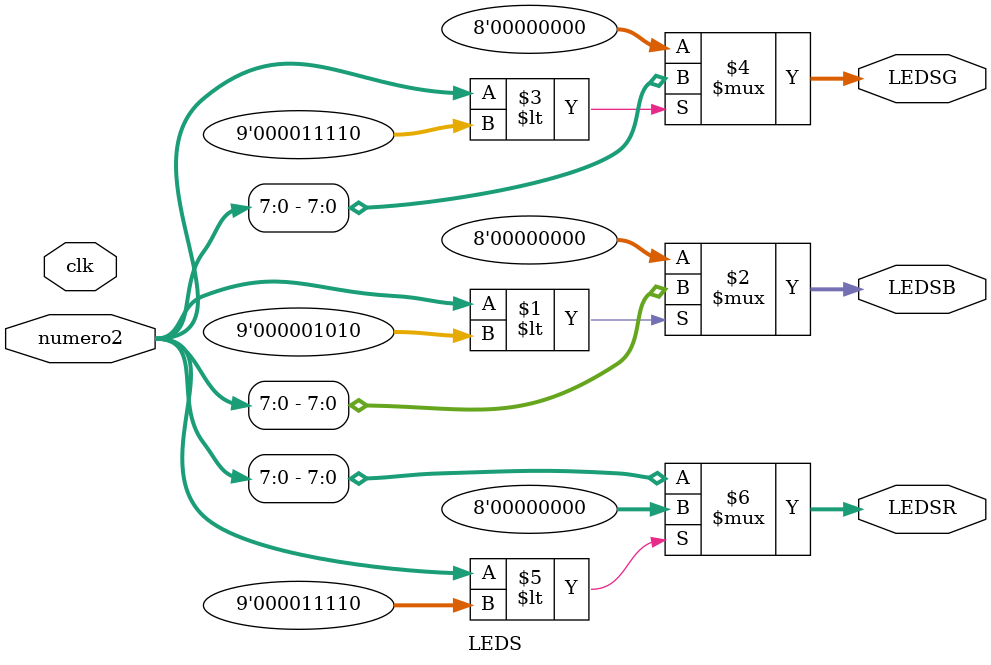
<source format=v>
module LEDS(
    input clk,
	 input [8:0] numero2,
    output [7:0] LEDSR,
    output [7:0] LEDSG,
    output [7:0] LEDSB
    );
/*
always @ ( posedge clk )
	begin
		if(DATA < 16'd66) 
			begin
				LEDSR <= 8'h00;
				LEDSB <= DATA[15:8];
				LEDSG <= 8'h00;
			end
		else if(DATA < 16'd197)
			begin
				LEDSR <= 8'h00;
				LEDSB <= 8'h00;
				LEDSG <= DATA[15:8];
			end
		else
			begin
				LEDSR <= DATA[15:8];
				LEDSB <= 8'h00;
				LEDSG <= 8'h00;
			end
	end*/
	
assign LEDSB = (numero2<9'd10)? numero2[7:0] : 8'h00;
assign LEDSG = (numero2<9'd30)? numero2[7:0] : 8'h00;
assign LEDSR = (numero2<9'd30)? 8'h00 : numero2[7:0];

endmodule

</source>
